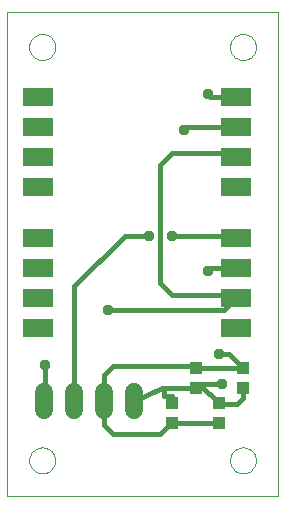
<source format=gtl>
G75*
G70*
%OFA0B0*%
%FSLAX24Y24*%
%IPPOS*%
%LPD*%
%AMOC8*
5,1,8,0,0,1.08239X$1,22.5*
%
%ADD10C,0.0000*%
%ADD11R,0.1000X0.0598*%
%ADD12R,0.0394X0.0433*%
%ADD13C,0.0600*%
%ADD14C,0.0160*%
%ADD15C,0.0376*%
D10*
X008003Y000108D02*
X008003Y016250D01*
X017058Y016250D01*
X017058Y000108D01*
X008003Y000108D01*
X008751Y001289D02*
X008753Y001330D01*
X008759Y001371D01*
X008769Y001411D01*
X008782Y001450D01*
X008799Y001487D01*
X008820Y001523D01*
X008844Y001557D01*
X008871Y001588D01*
X008900Y001616D01*
X008933Y001642D01*
X008967Y001664D01*
X009004Y001683D01*
X009042Y001698D01*
X009082Y001710D01*
X009122Y001718D01*
X009163Y001722D01*
X009205Y001722D01*
X009246Y001718D01*
X009286Y001710D01*
X009326Y001698D01*
X009364Y001683D01*
X009400Y001664D01*
X009435Y001642D01*
X009468Y001616D01*
X009497Y001588D01*
X009524Y001557D01*
X009548Y001523D01*
X009569Y001487D01*
X009586Y001450D01*
X009599Y001411D01*
X009609Y001371D01*
X009615Y001330D01*
X009617Y001289D01*
X009615Y001248D01*
X009609Y001207D01*
X009599Y001167D01*
X009586Y001128D01*
X009569Y001091D01*
X009548Y001055D01*
X009524Y001021D01*
X009497Y000990D01*
X009468Y000962D01*
X009435Y000936D01*
X009401Y000914D01*
X009364Y000895D01*
X009326Y000880D01*
X009286Y000868D01*
X009246Y000860D01*
X009205Y000856D01*
X009163Y000856D01*
X009122Y000860D01*
X009082Y000868D01*
X009042Y000880D01*
X009004Y000895D01*
X008968Y000914D01*
X008933Y000936D01*
X008900Y000962D01*
X008871Y000990D01*
X008844Y001021D01*
X008820Y001055D01*
X008799Y001091D01*
X008782Y001128D01*
X008769Y001167D01*
X008759Y001207D01*
X008753Y001248D01*
X008751Y001289D01*
X015444Y001289D02*
X015446Y001330D01*
X015452Y001371D01*
X015462Y001411D01*
X015475Y001450D01*
X015492Y001487D01*
X015513Y001523D01*
X015537Y001557D01*
X015564Y001588D01*
X015593Y001616D01*
X015626Y001642D01*
X015660Y001664D01*
X015697Y001683D01*
X015735Y001698D01*
X015775Y001710D01*
X015815Y001718D01*
X015856Y001722D01*
X015898Y001722D01*
X015939Y001718D01*
X015979Y001710D01*
X016019Y001698D01*
X016057Y001683D01*
X016093Y001664D01*
X016128Y001642D01*
X016161Y001616D01*
X016190Y001588D01*
X016217Y001557D01*
X016241Y001523D01*
X016262Y001487D01*
X016279Y001450D01*
X016292Y001411D01*
X016302Y001371D01*
X016308Y001330D01*
X016310Y001289D01*
X016308Y001248D01*
X016302Y001207D01*
X016292Y001167D01*
X016279Y001128D01*
X016262Y001091D01*
X016241Y001055D01*
X016217Y001021D01*
X016190Y000990D01*
X016161Y000962D01*
X016128Y000936D01*
X016094Y000914D01*
X016057Y000895D01*
X016019Y000880D01*
X015979Y000868D01*
X015939Y000860D01*
X015898Y000856D01*
X015856Y000856D01*
X015815Y000860D01*
X015775Y000868D01*
X015735Y000880D01*
X015697Y000895D01*
X015661Y000914D01*
X015626Y000936D01*
X015593Y000962D01*
X015564Y000990D01*
X015537Y001021D01*
X015513Y001055D01*
X015492Y001091D01*
X015475Y001128D01*
X015462Y001167D01*
X015452Y001207D01*
X015446Y001248D01*
X015444Y001289D01*
X015444Y015069D02*
X015446Y015110D01*
X015452Y015151D01*
X015462Y015191D01*
X015475Y015230D01*
X015492Y015267D01*
X015513Y015303D01*
X015537Y015337D01*
X015564Y015368D01*
X015593Y015396D01*
X015626Y015422D01*
X015660Y015444D01*
X015697Y015463D01*
X015735Y015478D01*
X015775Y015490D01*
X015815Y015498D01*
X015856Y015502D01*
X015898Y015502D01*
X015939Y015498D01*
X015979Y015490D01*
X016019Y015478D01*
X016057Y015463D01*
X016093Y015444D01*
X016128Y015422D01*
X016161Y015396D01*
X016190Y015368D01*
X016217Y015337D01*
X016241Y015303D01*
X016262Y015267D01*
X016279Y015230D01*
X016292Y015191D01*
X016302Y015151D01*
X016308Y015110D01*
X016310Y015069D01*
X016308Y015028D01*
X016302Y014987D01*
X016292Y014947D01*
X016279Y014908D01*
X016262Y014871D01*
X016241Y014835D01*
X016217Y014801D01*
X016190Y014770D01*
X016161Y014742D01*
X016128Y014716D01*
X016094Y014694D01*
X016057Y014675D01*
X016019Y014660D01*
X015979Y014648D01*
X015939Y014640D01*
X015898Y014636D01*
X015856Y014636D01*
X015815Y014640D01*
X015775Y014648D01*
X015735Y014660D01*
X015697Y014675D01*
X015661Y014694D01*
X015626Y014716D01*
X015593Y014742D01*
X015564Y014770D01*
X015537Y014801D01*
X015513Y014835D01*
X015492Y014871D01*
X015475Y014908D01*
X015462Y014947D01*
X015452Y014987D01*
X015446Y015028D01*
X015444Y015069D01*
X008751Y015069D02*
X008753Y015110D01*
X008759Y015151D01*
X008769Y015191D01*
X008782Y015230D01*
X008799Y015267D01*
X008820Y015303D01*
X008844Y015337D01*
X008871Y015368D01*
X008900Y015396D01*
X008933Y015422D01*
X008967Y015444D01*
X009004Y015463D01*
X009042Y015478D01*
X009082Y015490D01*
X009122Y015498D01*
X009163Y015502D01*
X009205Y015502D01*
X009246Y015498D01*
X009286Y015490D01*
X009326Y015478D01*
X009364Y015463D01*
X009400Y015444D01*
X009435Y015422D01*
X009468Y015396D01*
X009497Y015368D01*
X009524Y015337D01*
X009548Y015303D01*
X009569Y015267D01*
X009586Y015230D01*
X009599Y015191D01*
X009609Y015151D01*
X009615Y015110D01*
X009617Y015069D01*
X009615Y015028D01*
X009609Y014987D01*
X009599Y014947D01*
X009586Y014908D01*
X009569Y014871D01*
X009548Y014835D01*
X009524Y014801D01*
X009497Y014770D01*
X009468Y014742D01*
X009435Y014716D01*
X009401Y014694D01*
X009364Y014675D01*
X009326Y014660D01*
X009286Y014648D01*
X009246Y014640D01*
X009205Y014636D01*
X009163Y014636D01*
X009122Y014640D01*
X009082Y014648D01*
X009042Y014660D01*
X009004Y014675D01*
X008968Y014694D01*
X008933Y014716D01*
X008900Y014742D01*
X008871Y014770D01*
X008844Y014801D01*
X008820Y014835D01*
X008799Y014871D01*
X008782Y014908D01*
X008769Y014947D01*
X008759Y014987D01*
X008753Y015028D01*
X008751Y015069D01*
D11*
X009034Y013419D03*
X009034Y012419D03*
X009034Y011419D03*
X009034Y010419D03*
X009034Y008695D03*
X009034Y007695D03*
X009034Y006695D03*
X009034Y005695D03*
X015632Y005695D03*
X015632Y006695D03*
X015632Y007695D03*
X015632Y008695D03*
X015632Y010419D03*
X015632Y011419D03*
X015632Y012419D03*
X015632Y013419D03*
D12*
X015877Y004380D03*
X015877Y003711D03*
X015089Y003199D03*
X015089Y002530D03*
X014302Y003711D03*
X014302Y004380D03*
X013514Y003199D03*
X013514Y002530D03*
D13*
X012258Y002958D02*
X012258Y003558D01*
X011258Y003558D02*
X011258Y002958D01*
X010258Y002958D02*
X010258Y003558D01*
X009258Y003558D02*
X009258Y002958D01*
D14*
X009258Y003258D02*
X009262Y003262D01*
X009262Y004478D01*
X010258Y003258D02*
X010258Y007089D01*
X011940Y008770D01*
X012727Y008770D01*
X013514Y008770D02*
X015558Y008770D01*
X015632Y008695D01*
X015632Y007695D02*
X014802Y007695D01*
X014695Y007589D01*
X015526Y006801D02*
X015632Y006695D01*
X015227Y006289D01*
X011388Y006289D01*
X013121Y007195D02*
X013514Y006801D01*
X015526Y006801D01*
X015424Y004833D02*
X015089Y004833D01*
X015424Y004833D02*
X015877Y004380D01*
X014302Y004380D01*
X014243Y004439D01*
X011546Y004439D01*
X011258Y004152D01*
X011258Y003258D01*
X011258Y002471D01*
X011546Y002183D01*
X013121Y002183D01*
X013467Y002530D01*
X013514Y002530D01*
X015089Y002530D01*
X015003Y002683D01*
X015003Y003183D02*
X015089Y003199D01*
X014422Y003849D01*
X015168Y003849D01*
X015003Y003183D02*
X015680Y003183D01*
X015877Y003380D01*
X015877Y003711D01*
X014422Y003849D02*
X014302Y003711D01*
X013253Y003691D01*
X013253Y003433D01*
X013503Y003433D01*
X013514Y003199D01*
X013253Y003691D02*
X013168Y003691D01*
X012258Y003258D01*
X013121Y007195D02*
X013121Y011132D01*
X013514Y011526D01*
X015526Y011526D01*
X015632Y011419D01*
X015632Y012419D02*
X014014Y012419D01*
X013908Y012313D01*
X014770Y013419D02*
X014695Y013494D01*
X014770Y013419D02*
X015632Y013419D01*
D15*
X014695Y013494D03*
X013908Y012313D03*
X013514Y008770D03*
X012727Y008770D03*
X014695Y007589D03*
X015089Y004833D03*
X015168Y003849D03*
X011388Y006289D03*
X009262Y004478D03*
M02*

</source>
